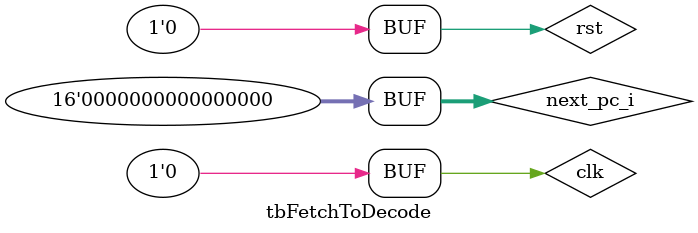
<source format=sv>
module tbFetchToDecode #(
    parameter REGI_BITS = 4,
    parameter VECT_BITS = 2,
    parameter VECT_LANES = 3,
    parameter MEMO_LINES = 64,
    parameter REGI_SIZE = 16,
    parameter VECT_SIZE = 8,
    parameter ELEM_SIZE = 8
)();
    logic                 clk, rst;
    logic [REGI_SIZE-1:0] next_pc_p1;

    // Fetch Var
    logic        int_we;
    logic [REGI_SIZE-1:0] int_a_i, int_wd_i;
    logic [REGI_SIZE-1:0] int_rd_o;
    logic [REGI_SIZE-1:0] next_pc_i;
    logic [REGI_SIZE-1:0] instr_p, instr_o;

    // Decode Var
	 logic [REGI_BITS-1:0]             reg_dest_o;
	 logic [VECT_BITS-1:0]             vec_dest_o;
	 logic [REGI_SIZE-1:0]             intOper1;
	 logic [REGI_SIZE-1:0]             intOper2;
	 logic [(ELEM_SIZE*VECT_SIZE)-1:0] vOper1;
	 logic [(ELEM_SIZE*VECT_SIZE)-1:0] vOper2;
	 logic [(ELEM_SIZE*VECT_SIZE)-1:0] vOperImm, vOperCop;
	 logic [REGI_BITS-1:0] intRegDest;
	 logic [VECT_BITS-1:0] vecRegDest; 
	 logic [1:0] cond;
	 logic enableAluInt;
	 logic enableAluV;
	 logic enableMem;
	 logic enableJump;
	 logic enableSwap;
	 logic flagEnd;
	 logic flagNop;
	 logic flagImm;
	 logic [7:0] ImmOut;
	 logic [2:0] aluOpcode;
	 logic [9:0] jumpAddress;
	 logic flagMemRead;
	 logic flagMemWrite;
	 logic [2:0] swapBitOrigin;
	 logic [2:0] swapBitDest;
	 logic isOper1V;
	 logic isOper2V;
	 logic isOper1Int;
	 logic isOper2Int;
	 logic writeResultInt;
	 logic writeResultV;
	 logic [3:0] alu_flags_o;
    

    fStage #(REGI_BITS, REGI_SIZE) 
        dut(.clk_i(clk), .rst_i(rst),
            .next_pc_i(next_pc_i),
            .next_pc_o(next_pc_p1),
            .instr_o(instr_p)
            );

    fPipe #(REGI_BITS, REGI_SIZE) 
        ifid_pipe(.clk_i(clk), .rst_i(rst),
            .next_pc_i(next_pc_p1),
            .instr_i(instr_p),
            .next_pc_o(next_pc_i),
            .instr_o(instr_o)
            );

    superDecoder #(REGI_BITS, VECT_BITS, VECT_LANES, MEMO_LINES, REGI_SIZE, VECT_SIZE, ELEM_SIZE)
        decoder(.clk(clk||rst), .rst(rst), 
            .instruction(instr_o),
            .next_pc_i(next_pc_i),
            .reg_dest_o(reg_dest_o),
            .vec_dest_o(vec_dest_o),
            .vOper1(vOper1), 
            .vOper2(vOper2),
            .intOper1(intOper1), 
            .intOper2(intOper2), 
            .vOperImm(vOperImm), 
            .vOperCop(vOperCop),
            .cond(cond),
            .enableAluInt(enableAluInt), 
            .enableAluV(enableAluV), 
            .enableMem(enableMem), 
            .enableJump(enableJump), 
            .flagImm(flagImm), 
            .ImmOut(ImmOut),
            .jumpAddress(jumpAddress),
            .flagEnd(flagEnd),
            .flagNop(flagNop),
            .flagMemRead(flagMemRead),
            .flagMemWrite(flagMemWrite),
            .swapBitOrigin(swapBitOrigin),
            .swapBitDest(swapBitDest),
            .intRegDest(intRegDest),
            //.vRegDest(vRegDest),
            .enableSwap(enableSwap),
            .aluOpcode(aluOpcode),
            .isOper1V(isOper1V),
	        .isOper2V(isOper2V),
            .isOper1Int(isOper1Int),
            .isOper2Int(isOper2Int),
            .writeResultInt(writeResultInt),
            .writeResultV(writeResultV)
            );
    
    initial begin
        #0 
        rst <= 1;
        
        #50
        rst <= 0;
        next_pc_i <= 0;
    end
    always begin
        #5 clk <= 1;
        #5 clk <= 0;
    end
endmodule
</source>
